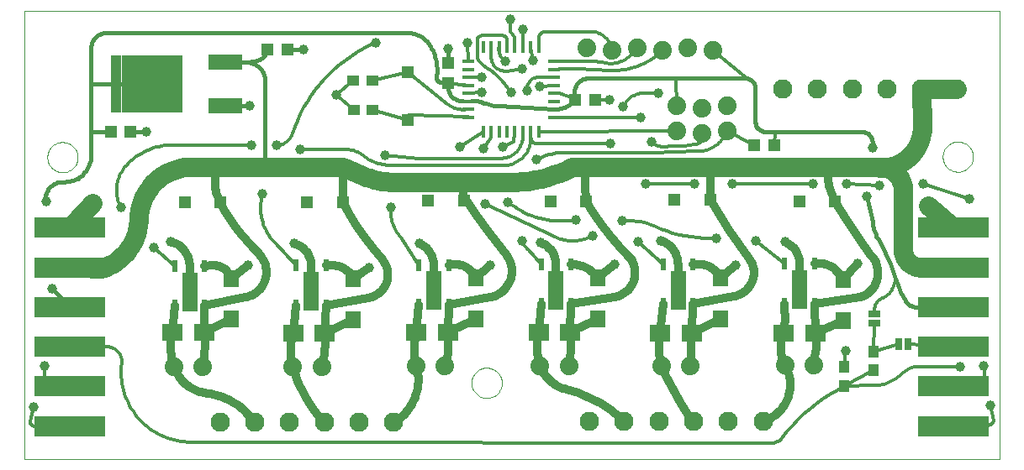
<source format=gtl>
G75*
G70*
%OFA0B0*%
%FSLAX24Y24*%
%IPPOS*%
%LPD*%
%AMOC8*
5,1,8,0,0,1.08239X$1,22.5*
%
%ADD10C,0.0000*%
%ADD11R,0.0630X0.0709*%
%ADD12R,0.0787X0.0709*%
%ADD13R,0.0476X0.0476*%
%ADD14R,0.0197X0.0472*%
%ADD15R,0.0630X0.1575*%
%ADD16R,0.2441X0.2283*%
%ADD17R,0.1339X0.0630*%
%ADD18R,0.0394X0.2283*%
%ADD19R,0.0472X0.0472*%
%ADD20C,0.0768*%
%ADD21C,0.0740*%
%ADD22R,0.0394X0.0512*%
%ADD23R,0.0500X0.0250*%
%ADD24R,0.0250X0.0500*%
%ADD25R,0.2835X0.0787*%
%ADD26R,0.0157X0.0472*%
%ADD27R,0.0472X0.0157*%
%ADD28R,0.0512X0.0394*%
%ADD29C,0.0396*%
%ADD30C,0.0320*%
%ADD31C,0.0709*%
%ADD32C,0.0760*%
%ADD33C,0.0160*%
%ADD34C,0.0120*%
%ADD35C,0.0197*%
D10*
X014181Y014685D02*
X014181Y032480D01*
X052842Y032480D01*
X052842Y014685D01*
X014181Y014685D01*
X015093Y026660D02*
X015095Y026709D01*
X015101Y026757D01*
X015111Y026805D01*
X015125Y026852D01*
X015142Y026898D01*
X015163Y026942D01*
X015188Y026984D01*
X015216Y027024D01*
X015248Y027062D01*
X015282Y027097D01*
X015319Y027129D01*
X015358Y027158D01*
X015400Y027184D01*
X015444Y027206D01*
X015489Y027224D01*
X015536Y027239D01*
X015583Y027250D01*
X015632Y027257D01*
X015681Y027260D01*
X015730Y027259D01*
X015778Y027254D01*
X015827Y027245D01*
X015874Y027232D01*
X015920Y027215D01*
X015964Y027195D01*
X016007Y027171D01*
X016048Y027144D01*
X016086Y027113D01*
X016122Y027080D01*
X016154Y027044D01*
X016184Y027005D01*
X016211Y026964D01*
X016234Y026920D01*
X016253Y026875D01*
X016269Y026829D01*
X016281Y026782D01*
X016289Y026733D01*
X016293Y026684D01*
X016293Y026636D01*
X016289Y026587D01*
X016281Y026538D01*
X016269Y026491D01*
X016253Y026445D01*
X016234Y026400D01*
X016211Y026356D01*
X016184Y026315D01*
X016154Y026276D01*
X016122Y026240D01*
X016086Y026207D01*
X016048Y026176D01*
X016007Y026149D01*
X015964Y026125D01*
X015920Y026105D01*
X015874Y026088D01*
X015827Y026075D01*
X015778Y026066D01*
X015730Y026061D01*
X015681Y026060D01*
X015632Y026063D01*
X015583Y026070D01*
X015536Y026081D01*
X015489Y026096D01*
X015444Y026114D01*
X015400Y026136D01*
X015358Y026162D01*
X015319Y026191D01*
X015282Y026223D01*
X015248Y026258D01*
X015216Y026296D01*
X015188Y026336D01*
X015163Y026378D01*
X015142Y026422D01*
X015125Y026468D01*
X015111Y026515D01*
X015101Y026563D01*
X015095Y026611D01*
X015093Y026660D01*
X031911Y017700D02*
X031913Y017749D01*
X031919Y017797D01*
X031929Y017845D01*
X031943Y017892D01*
X031960Y017938D01*
X031981Y017982D01*
X032006Y018024D01*
X032034Y018064D01*
X032066Y018102D01*
X032100Y018137D01*
X032137Y018169D01*
X032176Y018198D01*
X032218Y018224D01*
X032262Y018246D01*
X032307Y018264D01*
X032354Y018279D01*
X032401Y018290D01*
X032450Y018297D01*
X032499Y018300D01*
X032548Y018299D01*
X032596Y018294D01*
X032645Y018285D01*
X032692Y018272D01*
X032738Y018255D01*
X032782Y018235D01*
X032825Y018211D01*
X032866Y018184D01*
X032904Y018153D01*
X032940Y018120D01*
X032972Y018084D01*
X033002Y018045D01*
X033029Y018004D01*
X033052Y017960D01*
X033071Y017915D01*
X033087Y017869D01*
X033099Y017822D01*
X033107Y017773D01*
X033111Y017724D01*
X033111Y017676D01*
X033107Y017627D01*
X033099Y017578D01*
X033087Y017531D01*
X033071Y017485D01*
X033052Y017440D01*
X033029Y017396D01*
X033002Y017355D01*
X032972Y017316D01*
X032940Y017280D01*
X032904Y017247D01*
X032866Y017216D01*
X032825Y017189D01*
X032782Y017165D01*
X032738Y017145D01*
X032692Y017128D01*
X032645Y017115D01*
X032596Y017106D01*
X032548Y017101D01*
X032499Y017100D01*
X032450Y017103D01*
X032401Y017110D01*
X032354Y017121D01*
X032307Y017136D01*
X032262Y017154D01*
X032218Y017176D01*
X032176Y017202D01*
X032137Y017231D01*
X032100Y017263D01*
X032066Y017298D01*
X032034Y017336D01*
X032006Y017376D01*
X031981Y017418D01*
X031960Y017462D01*
X031943Y017508D01*
X031929Y017555D01*
X031919Y017603D01*
X031913Y017651D01*
X031911Y017700D01*
X050593Y026682D02*
X050595Y026731D01*
X050601Y026779D01*
X050611Y026827D01*
X050625Y026874D01*
X050642Y026920D01*
X050663Y026964D01*
X050688Y027006D01*
X050716Y027046D01*
X050748Y027084D01*
X050782Y027119D01*
X050819Y027151D01*
X050858Y027180D01*
X050900Y027206D01*
X050944Y027228D01*
X050989Y027246D01*
X051036Y027261D01*
X051083Y027272D01*
X051132Y027279D01*
X051181Y027282D01*
X051230Y027281D01*
X051278Y027276D01*
X051327Y027267D01*
X051374Y027254D01*
X051420Y027237D01*
X051464Y027217D01*
X051507Y027193D01*
X051548Y027166D01*
X051586Y027135D01*
X051622Y027102D01*
X051654Y027066D01*
X051684Y027027D01*
X051711Y026986D01*
X051734Y026942D01*
X051753Y026897D01*
X051769Y026851D01*
X051781Y026804D01*
X051789Y026755D01*
X051793Y026706D01*
X051793Y026658D01*
X051789Y026609D01*
X051781Y026560D01*
X051769Y026513D01*
X051753Y026467D01*
X051734Y026422D01*
X051711Y026378D01*
X051684Y026337D01*
X051654Y026298D01*
X051622Y026262D01*
X051586Y026229D01*
X051548Y026198D01*
X051507Y026171D01*
X051464Y026147D01*
X051420Y026127D01*
X051374Y026110D01*
X051327Y026097D01*
X051278Y026088D01*
X051230Y026083D01*
X051181Y026082D01*
X051132Y026085D01*
X051083Y026092D01*
X051036Y026103D01*
X050989Y026118D01*
X050944Y026136D01*
X050900Y026158D01*
X050858Y026184D01*
X050819Y026213D01*
X050782Y026245D01*
X050748Y026280D01*
X050716Y026318D01*
X050688Y026358D01*
X050663Y026400D01*
X050642Y026444D01*
X050625Y026490D01*
X050611Y026537D01*
X050601Y026585D01*
X050595Y026633D01*
X050593Y026682D01*
D11*
X046641Y021795D03*
X046641Y020181D03*
X041771Y020244D03*
X041771Y021858D03*
X036909Y021870D03*
X036909Y020256D03*
X032078Y020248D03*
X032078Y021862D03*
X027220Y021826D03*
X027220Y020212D03*
X022378Y020236D03*
X022378Y021850D03*
D12*
X021307Y019697D03*
X020047Y019697D03*
X024834Y019685D03*
X026094Y019685D03*
X029716Y019704D03*
X030976Y019704D03*
X034567Y019716D03*
X035826Y019716D03*
X039393Y019689D03*
X040653Y019689D03*
X044275Y019677D03*
X045535Y019677D03*
D13*
X044905Y024917D03*
X046323Y024917D03*
X041366Y024964D03*
X039949Y024964D03*
X036456Y024913D03*
X035039Y024913D03*
X031598Y024929D03*
X030181Y024929D03*
X026799Y024862D03*
X025382Y024862D03*
X021949Y024862D03*
X020531Y024862D03*
X029366Y028130D03*
X029366Y030051D03*
D14*
X029819Y022386D03*
X030409Y022386D03*
X031000Y022386D03*
X031000Y020811D03*
X029819Y020811D03*
X026141Y020783D03*
X024960Y020783D03*
X024960Y022358D03*
X025551Y022358D03*
X026141Y022358D03*
X021326Y022346D03*
X020736Y022346D03*
X020145Y022346D03*
X020145Y020771D03*
X021326Y020771D03*
X034665Y020838D03*
X035846Y020838D03*
X035846Y022413D03*
X035256Y022413D03*
X034665Y022413D03*
X039508Y022409D03*
X040098Y022409D03*
X040689Y022409D03*
X040689Y020834D03*
X039508Y020834D03*
X044326Y020850D03*
X045508Y020850D03*
X045508Y022425D03*
X044917Y022425D03*
X044326Y022425D03*
D15*
X044917Y021401D03*
X040098Y021386D03*
X035256Y021389D03*
X030409Y021362D03*
X025551Y021334D03*
X020736Y021323D03*
D16*
X019236Y029574D03*
D17*
X022149Y028708D03*
X022149Y030441D03*
D18*
X017819Y029574D03*
D19*
X017602Y027681D03*
X018389Y027681D03*
X023819Y030949D03*
X024606Y030949D03*
X030996Y030405D03*
X030996Y029618D03*
X036015Y028941D03*
X036803Y028941D03*
X043118Y027126D03*
X043905Y027126D03*
D20*
X044244Y029386D03*
X045622Y029386D03*
X047000Y029386D03*
X048378Y029386D03*
X049756Y029386D03*
X051134Y029386D03*
X043468Y016165D03*
X042090Y016165D03*
X040712Y016165D03*
X039334Y016165D03*
X037956Y016165D03*
X036578Y016165D03*
X028826Y016126D03*
X027449Y016126D03*
X026071Y016126D03*
X024693Y016126D03*
X023315Y016126D03*
X021937Y016126D03*
D21*
X021239Y018338D03*
X020099Y018338D03*
X024827Y018338D03*
X025967Y018338D03*
X029721Y018389D03*
X030861Y018389D03*
X034627Y018374D03*
X035767Y018374D03*
X039453Y018374D03*
X040593Y018374D03*
X044335Y018413D03*
X045475Y018413D03*
X042031Y027691D03*
X041031Y027591D03*
X040031Y027691D03*
X040039Y028695D03*
X041039Y028595D03*
X042039Y028695D03*
X041472Y030908D03*
X040472Y031008D03*
X039472Y030908D03*
X038472Y031008D03*
X037472Y030908D03*
X036472Y031008D03*
D22*
X047850Y018952D03*
X047850Y018204D03*
X046693Y018326D03*
X046693Y017578D03*
D23*
X047878Y020078D03*
X047878Y020433D03*
D24*
X048846Y019256D03*
X049200Y019256D03*
D25*
X051027Y019134D03*
X051027Y017559D03*
X051027Y015984D03*
X051027Y020708D03*
X051027Y022283D03*
X051027Y023858D03*
X015996Y023858D03*
X015996Y022283D03*
X015996Y020708D03*
X015996Y019134D03*
X015996Y017559D03*
X015996Y015984D03*
D26*
X032370Y027665D03*
X032685Y027665D03*
X033000Y027665D03*
X033315Y027665D03*
X033630Y027665D03*
X033945Y027665D03*
X034260Y027665D03*
X034574Y027665D03*
X034574Y031051D03*
X034260Y031051D03*
X033945Y031051D03*
X033630Y031051D03*
X033315Y031051D03*
X033000Y031051D03*
X032685Y031051D03*
X032370Y031051D03*
D27*
X031779Y030460D03*
X031779Y030145D03*
X031779Y029830D03*
X031779Y029515D03*
X031779Y029200D03*
X031779Y028886D03*
X031779Y028571D03*
X031779Y028256D03*
X035165Y028256D03*
X035165Y028571D03*
X035165Y028886D03*
X035165Y029200D03*
X035165Y029515D03*
X035165Y029830D03*
X035165Y030145D03*
X035165Y030460D03*
D28*
X027972Y029693D03*
X027224Y029693D03*
X027236Y028535D03*
X027984Y028535D03*
D29*
X026543Y029134D03*
X025244Y030945D03*
X028118Y031220D03*
X030992Y030984D03*
X031740Y031220D03*
X033236Y030472D03*
X033905Y030157D03*
X034338Y030511D03*
X034614Y029488D03*
X034102Y029291D03*
X033472Y029252D03*
X032330Y029252D03*
X032330Y029842D03*
X033945Y031732D03*
X033433Y032126D03*
X037370Y028937D03*
X037921Y028661D03*
X038630Y028228D03*
X039063Y027283D03*
X037409Y027204D03*
X038826Y025590D03*
X037882Y024134D03*
X038511Y023307D03*
X039417Y023346D03*
X037567Y022401D03*
X036700Y023543D03*
X036031Y024173D03*
X034653Y023267D03*
X033905Y023346D03*
X032645Y022362D03*
X029850Y023228D03*
X027842Y022283D03*
X024889Y023228D03*
X023039Y022362D03*
X019968Y023307D03*
X019299Y023071D03*
X018000Y024685D03*
X015047Y024897D03*
X019023Y027677D03*
X023197Y027126D03*
X024181Y027126D03*
X025126Y026968D03*
X023630Y025197D03*
X028472Y026732D03*
X028708Y024685D03*
X031464Y027086D03*
X032370Y027008D03*
X033157Y027086D03*
X034496Y026574D03*
X033354Y024882D03*
X032449Y024803D03*
X039299Y029212D03*
X040756Y025590D03*
X042252Y025590D03*
X041622Y023425D03*
X042370Y022362D03*
X043197Y023346D03*
X044338Y023307D03*
X045441Y025590D03*
X046779Y025590D03*
X047567Y025118D03*
X048078Y025551D03*
X047803Y027047D03*
X049811Y025590D03*
X051661Y025000D03*
X047212Y022441D03*
X046740Y018976D03*
X051267Y018346D03*
X052212Y018386D03*
X052488Y016811D03*
X023118Y028700D03*
X015283Y021456D03*
X014968Y018386D03*
X014535Y016732D03*
D30*
X021425Y017282D02*
X021550Y017263D01*
X021674Y017238D01*
X021797Y017207D01*
X021919Y017171D01*
X022038Y017129D01*
X022156Y017081D01*
X022271Y017028D01*
X022383Y016969D01*
X022493Y016906D01*
X022600Y016837D01*
X022703Y016763D01*
X022802Y016685D01*
X022898Y016602D01*
X022990Y016514D01*
X023078Y016423D01*
X023161Y016327D01*
X023240Y016228D01*
X023314Y016125D01*
X020099Y018338D02*
X020065Y018458D01*
X020037Y018580D01*
X020014Y018703D01*
X019998Y018827D01*
X019987Y018951D01*
X019982Y019076D01*
X019983Y019201D01*
X019990Y019326D01*
X020003Y019450D01*
X020022Y019574D01*
X020046Y019696D01*
X020047Y019697D02*
X020145Y020771D01*
X020736Y021323D02*
X020736Y022346D01*
X021326Y022346D02*
X021661Y022362D01*
X021714Y022363D01*
X021767Y022359D01*
X021819Y022352D01*
X021870Y022341D01*
X021921Y022326D01*
X021970Y022308D01*
X022018Y022285D01*
X022064Y022260D01*
X022108Y022231D01*
X022150Y022198D01*
X022189Y022163D01*
X022226Y022125D01*
X022259Y022084D01*
X022290Y022041D01*
X022317Y021996D01*
X022341Y021949D01*
X022361Y021900D01*
X022378Y021850D01*
X023039Y022362D01*
X023473Y022835D02*
X023516Y022789D01*
X023557Y022741D01*
X023595Y022690D01*
X023630Y022637D01*
X023661Y022582D01*
X023689Y022525D01*
X023713Y022467D01*
X023734Y022407D01*
X023751Y022346D01*
X023764Y022284D01*
X023773Y022222D01*
X023779Y022158D01*
X023780Y022095D01*
X023777Y022032D01*
X023771Y021969D01*
X023761Y021907D01*
X023747Y021845D01*
X023729Y021784D01*
X023707Y021725D01*
X023682Y021667D01*
X023653Y021610D01*
X023621Y021556D01*
X023585Y021504D01*
X023546Y021454D01*
X023505Y021406D01*
X023460Y021361D01*
X023413Y021319D01*
X023363Y021280D01*
X023311Y021244D01*
X023256Y021212D01*
X023200Y021183D01*
X023142Y021157D01*
X023083Y021135D01*
X023022Y021117D01*
X022961Y021102D01*
X022960Y021102D02*
X021326Y020771D01*
X021307Y019697D01*
X022378Y020236D01*
X026094Y019685D02*
X026105Y019515D01*
X026108Y019346D01*
X026103Y019176D01*
X026091Y019006D01*
X026072Y018837D01*
X026044Y018670D01*
X026009Y018503D01*
X025967Y018339D01*
X024827Y018338D02*
X024799Y018471D01*
X024777Y018605D01*
X024762Y018740D01*
X024753Y018876D01*
X024750Y019012D01*
X024754Y019148D01*
X024764Y019283D01*
X024781Y019418D01*
X024804Y019552D01*
X024834Y019685D01*
X024960Y020783D01*
X025551Y021334D02*
X025551Y022358D01*
X026141Y022358D02*
X026425Y022362D01*
X026482Y022361D01*
X026538Y022356D01*
X026594Y022347D01*
X026649Y022335D01*
X026704Y022318D01*
X026757Y022299D01*
X026808Y022275D01*
X026858Y022248D01*
X026906Y022218D01*
X026952Y022185D01*
X026996Y022149D01*
X027037Y022110D01*
X027075Y022068D01*
X027110Y022024D01*
X027143Y021978D01*
X027172Y021929D01*
X027198Y021879D01*
X027220Y021826D01*
X027842Y022283D01*
X028354Y022637D02*
X028394Y022590D01*
X028430Y022541D01*
X028463Y022489D01*
X028493Y022435D01*
X028519Y022379D01*
X028542Y022322D01*
X028560Y022263D01*
X028575Y022203D01*
X028587Y022143D01*
X028594Y022082D01*
X028597Y022020D01*
X028596Y021959D01*
X028591Y021897D01*
X028582Y021836D01*
X028570Y021776D01*
X028553Y021717D01*
X028533Y021659D01*
X028509Y021602D01*
X028481Y021547D01*
X028450Y021494D01*
X028415Y021443D01*
X028378Y021394D01*
X028337Y021348D01*
X028293Y021305D01*
X028247Y021264D01*
X028198Y021227D01*
X028147Y021193D01*
X028093Y021162D01*
X028038Y021135D01*
X027981Y021111D01*
X027923Y021091D01*
X027863Y021075D01*
X027803Y021063D01*
X026141Y020783D01*
X026094Y019685D01*
X027220Y020212D01*
X030976Y019704D02*
X030990Y019538D01*
X030996Y019373D01*
X030994Y019207D01*
X030983Y019041D01*
X030965Y018876D01*
X030938Y018712D01*
X030903Y018550D01*
X030861Y018389D01*
X035767Y018374D02*
X035802Y018563D01*
X035827Y018754D01*
X035844Y018946D01*
X035853Y019139D01*
X035853Y019332D01*
X035844Y019524D01*
X035827Y019716D01*
X035826Y019716D02*
X036909Y020256D01*
X045597Y019409D02*
X045571Y019076D01*
X045530Y018744D01*
X045475Y018413D01*
X044335Y018413D02*
X044303Y018483D01*
X044274Y018554D01*
X044248Y018626D01*
X044226Y018699D01*
X044207Y018774D01*
X044193Y018849D01*
X044181Y018924D01*
X044174Y019001D01*
X044170Y019077D01*
X044171Y019154D01*
X044174Y019230D01*
X044182Y019307D01*
X044193Y019382D01*
X044208Y019458D01*
X044227Y019532D01*
X044249Y019605D01*
X044275Y019677D01*
X044326Y020515D02*
X044326Y020850D01*
X044917Y021401D02*
X044917Y022425D01*
X044915Y022484D01*
X044910Y022542D01*
X044901Y022600D01*
X044888Y022658D01*
X044872Y022714D01*
X044853Y022770D01*
X044830Y022824D01*
X044804Y022876D01*
X044775Y022927D01*
X044743Y022977D01*
X044708Y023024D01*
X044670Y023068D01*
X044629Y023111D01*
X044586Y023151D01*
X044541Y023188D01*
X044493Y023222D01*
X044443Y023253D01*
X044392Y023282D01*
X044338Y023307D01*
X042370Y022362D02*
X041771Y021858D01*
X042331Y021141D02*
X042389Y021154D01*
X042447Y021171D01*
X042503Y021191D01*
X042558Y021214D01*
X042612Y021242D01*
X042664Y021272D01*
X042713Y021306D01*
X042761Y021342D01*
X042806Y021382D01*
X042848Y021424D01*
X042888Y021469D01*
X042924Y021517D01*
X042958Y021566D01*
X042989Y021618D01*
X043016Y021671D01*
X043040Y021726D01*
X043060Y021783D01*
X043077Y021840D01*
X043090Y021899D01*
X043099Y021958D01*
X043104Y022018D01*
X043106Y022078D01*
X043104Y022138D01*
X043098Y022197D01*
X043089Y022256D01*
X043075Y022315D01*
X043058Y022372D01*
X043038Y022429D01*
X043014Y022484D01*
X042986Y022537D01*
X042955Y022588D01*
X042921Y022638D01*
X040992Y022401D02*
X040689Y022409D01*
X040098Y022409D02*
X040098Y021386D01*
X039508Y020834D02*
X039393Y019689D01*
X040653Y019689D02*
X040593Y018374D01*
X040653Y019689D02*
X041771Y020244D01*
X044276Y019676D02*
X044299Y019795D01*
X044317Y019914D01*
X044330Y020034D01*
X044337Y020154D01*
X044339Y020275D01*
X044336Y020395D01*
X044327Y020515D01*
X045508Y020850D02*
X045535Y019677D01*
X046641Y020181D01*
X047330Y021102D02*
X045508Y020850D01*
X046465Y022047D02*
X046428Y022096D01*
X046389Y022142D01*
X046347Y022185D01*
X046302Y022225D01*
X046254Y022263D01*
X046204Y022297D01*
X046152Y022328D01*
X046098Y022355D01*
X046043Y022380D01*
X045986Y022400D01*
X045928Y022417D01*
X045869Y022429D01*
X045809Y022439D01*
X045749Y022444D01*
X045688Y022445D01*
X045628Y022442D01*
X045568Y022436D01*
X045508Y022425D01*
X046641Y021795D02*
X047212Y022441D01*
X047764Y022755D02*
X047805Y022707D01*
X047842Y022656D01*
X047877Y022603D01*
X047908Y022548D01*
X047935Y022492D01*
X047959Y022433D01*
X047980Y022373D01*
X047996Y022312D01*
X048009Y022251D01*
X048018Y022188D01*
X048024Y022125D01*
X048025Y022062D01*
X048022Y021999D01*
X048016Y021936D01*
X048006Y021874D01*
X047992Y021812D01*
X047974Y021752D01*
X047952Y021692D01*
X047927Y021634D01*
X047898Y021578D01*
X047866Y021524D01*
X047831Y021472D01*
X047792Y021422D01*
X047751Y021374D01*
X047706Y021329D01*
X047659Y021287D01*
X047609Y021248D01*
X047558Y021212D01*
X047504Y021179D01*
X047448Y021150D01*
X047390Y021124D01*
X047331Y021102D01*
X040712Y016165D02*
X040460Y016507D01*
X040224Y016861D01*
X040005Y017225D01*
X039803Y017599D01*
X039619Y017983D01*
X039453Y018374D01*
X040653Y019689D02*
X040689Y020834D01*
X042330Y021141D01*
X041772Y021858D02*
X041749Y021909D01*
X041724Y021959D01*
X041695Y022007D01*
X041663Y022053D01*
X041628Y022097D01*
X041591Y022138D01*
X041551Y022177D01*
X041508Y022214D01*
X041463Y022247D01*
X041417Y022277D01*
X041368Y022305D01*
X041317Y022329D01*
X041266Y022350D01*
X041212Y022367D01*
X041158Y022381D01*
X041103Y022392D01*
X041048Y022398D01*
X040992Y022402D01*
X040098Y022409D02*
X040096Y022471D01*
X040090Y022532D01*
X040081Y022594D01*
X040067Y022654D01*
X040050Y022713D01*
X040029Y022772D01*
X040004Y022829D01*
X039976Y022884D01*
X039945Y022937D01*
X039910Y022988D01*
X039872Y023037D01*
X039831Y023083D01*
X039787Y023127D01*
X039741Y023168D01*
X039692Y023206D01*
X039640Y023241D01*
X039587Y023272D01*
X039532Y023300D01*
X039475Y023325D01*
X039417Y023346D01*
X037567Y022401D02*
X036909Y021870D01*
X037566Y021102D02*
X037627Y021114D01*
X037686Y021128D01*
X037745Y021147D01*
X037802Y021169D01*
X037857Y021195D01*
X037911Y021224D01*
X037963Y021257D01*
X038013Y021293D01*
X038061Y021332D01*
X038106Y021373D01*
X038148Y021418D01*
X038187Y021465D01*
X038224Y021514D01*
X038257Y021566D01*
X038287Y021619D01*
X038314Y021675D01*
X038337Y021731D01*
X038356Y021790D01*
X038372Y021849D01*
X038384Y021909D01*
X038392Y021970D01*
X038396Y022031D01*
X038397Y022093D01*
X038393Y022154D01*
X038386Y022215D01*
X038375Y022275D01*
X038361Y022335D01*
X038342Y022393D01*
X038320Y022450D01*
X038294Y022506D01*
X038265Y022560D01*
X038233Y022612D01*
X038197Y022662D01*
X038159Y022710D01*
X038117Y022755D01*
X035992Y022401D02*
X035846Y022413D01*
X035256Y022413D02*
X035256Y021389D01*
X035992Y022402D02*
X036060Y022395D01*
X036127Y022383D01*
X036194Y022368D01*
X036260Y022350D01*
X036325Y022328D01*
X036389Y022302D01*
X036450Y022272D01*
X036511Y022240D01*
X036569Y022204D01*
X036625Y022165D01*
X036679Y022122D01*
X036731Y022077D01*
X036780Y022029D01*
X036826Y021979D01*
X036869Y021926D01*
X036909Y021870D01*
X037567Y021102D02*
X035846Y020838D01*
X035826Y019716D01*
X034626Y018374D02*
X034655Y018303D01*
X034688Y018233D01*
X034724Y018165D01*
X034764Y018099D01*
X034807Y018036D01*
X034853Y017974D01*
X034902Y017915D01*
X034954Y017858D01*
X035008Y017804D01*
X035066Y017753D01*
X035126Y017705D01*
X035188Y017660D01*
X035253Y017618D01*
X035319Y017580D01*
X035388Y017545D01*
X035458Y017514D01*
X035529Y017486D01*
X035602Y017461D01*
X035676Y017441D01*
X034627Y018374D02*
X034593Y018493D01*
X034564Y018613D01*
X034542Y018734D01*
X034524Y018857D01*
X034513Y018980D01*
X034508Y019103D01*
X034508Y019227D01*
X034514Y019350D01*
X034526Y019473D01*
X034544Y019595D01*
X034567Y019716D01*
X034665Y020838D01*
X035256Y022413D02*
X035254Y022472D01*
X035248Y022530D01*
X035239Y022588D01*
X035226Y022645D01*
X035209Y022701D01*
X035189Y022756D01*
X035165Y022810D01*
X035137Y022861D01*
X035107Y022911D01*
X035073Y022959D01*
X035036Y023005D01*
X034997Y023048D01*
X034954Y023089D01*
X034909Y023126D01*
X034862Y023161D01*
X034813Y023193D01*
X034761Y023221D01*
X034708Y023246D01*
X034654Y023267D01*
X032645Y022362D02*
X032078Y021862D01*
X032646Y021102D02*
X032708Y021115D01*
X032770Y021132D01*
X032831Y021153D01*
X032890Y021177D01*
X032948Y021205D01*
X033004Y021236D01*
X033058Y021271D01*
X033109Y021309D01*
X033158Y021350D01*
X033205Y021394D01*
X033249Y021441D01*
X033290Y021490D01*
X033327Y021542D01*
X033362Y021596D01*
X033393Y021651D01*
X033421Y021709D01*
X033445Y021769D01*
X033466Y021829D01*
X033482Y021891D01*
X033495Y021954D01*
X033504Y022017D01*
X033510Y022081D01*
X033511Y022145D01*
X033508Y022209D01*
X033502Y022273D01*
X033491Y022336D01*
X033477Y022399D01*
X033459Y022460D01*
X033437Y022520D01*
X033412Y022579D01*
X033383Y022636D01*
X033350Y022691D01*
X033315Y022745D01*
X033276Y022796D01*
X031228Y022401D02*
X031000Y022386D01*
X030409Y022386D02*
X030409Y021362D01*
X029819Y020811D02*
X029716Y019704D01*
X024827Y018338D02*
X024905Y018095D01*
X024995Y017855D01*
X025095Y017619D01*
X025205Y017388D01*
X025325Y017163D01*
X025456Y016942D01*
X025596Y016728D01*
X025745Y016520D01*
X025903Y016319D01*
X026070Y016125D01*
X028827Y016125D02*
X028906Y016175D01*
X028984Y016227D01*
X029058Y016284D01*
X029130Y016344D01*
X029199Y016407D01*
X029265Y016474D01*
X029328Y016544D01*
X029387Y016616D01*
X029443Y016691D01*
X029495Y016769D01*
X029544Y016849D01*
X029588Y016932D01*
X029629Y017016D01*
X029665Y017103D01*
X029697Y017191D01*
X029726Y017280D01*
X029749Y017370D01*
X029769Y017462D01*
X029784Y017555D01*
X029795Y017648D01*
X029801Y017741D01*
X029803Y017835D01*
X029800Y017928D01*
X029793Y018022D01*
X029782Y018115D01*
X029766Y018207D01*
X029746Y018299D01*
X029721Y018389D01*
X030976Y019704D02*
X032078Y020248D01*
X032645Y021102D02*
X031000Y020811D01*
X030976Y019704D01*
X029716Y019704D02*
X029690Y019574D01*
X029669Y019443D01*
X029655Y019311D01*
X029647Y019179D01*
X029644Y019046D01*
X029647Y018914D01*
X029657Y018781D01*
X029672Y018650D01*
X029694Y018519D01*
X029721Y018389D01*
X032079Y021862D02*
X032057Y021915D01*
X032031Y021965D01*
X032002Y022014D01*
X031970Y022061D01*
X031934Y022105D01*
X031896Y022147D01*
X031855Y022186D01*
X031812Y022223D01*
X031766Y022256D01*
X031718Y022287D01*
X031668Y022314D01*
X031617Y022337D01*
X031564Y022358D01*
X031509Y022374D01*
X031454Y022387D01*
X031398Y022397D01*
X031342Y022402D01*
X031285Y022404D01*
X031228Y022402D01*
X030409Y022386D02*
X030407Y022445D01*
X030401Y022505D01*
X030392Y022563D01*
X030378Y022621D01*
X030361Y022678D01*
X030340Y022734D01*
X030316Y022788D01*
X030288Y022841D01*
X030257Y022891D01*
X030222Y022940D01*
X030185Y022986D01*
X030144Y023030D01*
X030101Y023070D01*
X030055Y023108D01*
X030007Y023143D01*
X029956Y023175D01*
X029904Y023203D01*
X029850Y023228D01*
X031598Y024929D02*
X031595Y025155D01*
X031622Y025669D01*
X023472Y022834D02*
X023218Y023094D01*
X022975Y023365D01*
X022744Y023646D01*
X022525Y023937D01*
X022320Y024237D01*
X022127Y024545D01*
X021948Y024862D01*
X021948Y024861D02*
X021910Y024937D01*
X021875Y025014D01*
X021844Y025093D01*
X021817Y025174D01*
X021793Y025255D01*
X021774Y025338D01*
X021758Y025421D01*
X021746Y025505D01*
X021738Y025589D01*
X021734Y025674D01*
X021735Y025759D01*
X021739Y025844D01*
X021747Y025928D01*
X021759Y026012D01*
X021775Y026095D01*
X021795Y026178D01*
X021818Y026259D01*
X026819Y026260D02*
X026799Y024862D01*
X024890Y023228D02*
X024946Y023211D01*
X025000Y023189D01*
X025054Y023165D01*
X025105Y023137D01*
X025155Y023105D01*
X025202Y023071D01*
X025247Y023033D01*
X025290Y022993D01*
X025330Y022950D01*
X025367Y022904D01*
X025401Y022857D01*
X025432Y022807D01*
X025459Y022755D01*
X025483Y022701D01*
X025504Y022646D01*
X025521Y022590D01*
X025534Y022533D01*
X025543Y022475D01*
X025549Y022417D01*
X025551Y022358D01*
X021425Y017283D02*
X021349Y017294D01*
X021273Y017310D01*
X021198Y017329D01*
X021124Y017351D01*
X021051Y017377D01*
X020979Y017406D01*
X020909Y017439D01*
X020840Y017475D01*
X020774Y017514D01*
X020709Y017556D01*
X020646Y017602D01*
X020585Y017650D01*
X020527Y017701D01*
X020471Y017755D01*
X020418Y017811D01*
X020368Y017870D01*
X020320Y017931D01*
X020276Y017994D01*
X020234Y018059D01*
X020195Y018126D01*
X020160Y018195D01*
X020128Y018266D01*
X020099Y018338D01*
X021240Y018338D02*
X021276Y018530D01*
X021304Y018723D01*
X021323Y018917D01*
X021333Y019112D01*
X021333Y019307D01*
X021325Y019502D01*
X021307Y019696D01*
X020736Y022346D02*
X020734Y022406D01*
X020729Y022466D01*
X020719Y022526D01*
X020707Y022585D01*
X020690Y022643D01*
X020670Y022700D01*
X020647Y022756D01*
X020620Y022810D01*
X020590Y022862D01*
X020557Y022913D01*
X020520Y022961D01*
X020481Y023007D01*
X020439Y023050D01*
X020395Y023091D01*
X020348Y023129D01*
X020299Y023164D01*
X020248Y023196D01*
X020195Y023225D01*
X020140Y023251D01*
X020084Y023273D01*
X020027Y023292D01*
X019968Y023307D01*
X036456Y024913D02*
X036386Y026260D01*
X041386Y026260D02*
X041366Y024964D01*
X046071Y026260D02*
X046058Y026168D01*
X046050Y026075D01*
X046045Y025982D01*
X046046Y025889D01*
X046050Y025797D01*
X046059Y025704D01*
X046072Y025612D01*
X046089Y025521D01*
X046110Y025431D01*
X046135Y025341D01*
X046165Y025253D01*
X046199Y025167D01*
X046236Y025082D01*
X046278Y024998D01*
X046323Y024917D01*
X038118Y022756D02*
X037745Y023155D01*
X037392Y023571D01*
X037059Y024004D01*
X036747Y024451D01*
X036457Y024914D01*
X028353Y022637D02*
X028000Y023051D01*
X027667Y023481D01*
X027355Y023927D01*
X027066Y024388D01*
X026798Y024862D01*
X039394Y019689D02*
X039371Y019580D01*
X039354Y019471D01*
X039341Y019360D01*
X039333Y019249D01*
X039331Y019138D01*
X039334Y019027D01*
X039341Y018917D01*
X039354Y018806D01*
X039371Y018697D01*
X039394Y018588D01*
X039421Y018480D01*
X039453Y018374D01*
X043468Y016165D02*
X043541Y016190D01*
X043612Y016219D01*
X043682Y016251D01*
X043750Y016287D01*
X043816Y016326D01*
X043880Y016368D01*
X043942Y016413D01*
X044001Y016461D01*
X044059Y016513D01*
X044113Y016567D01*
X044165Y016623D01*
X044214Y016682D01*
X044260Y016744D01*
X044302Y016807D01*
X044342Y016873D01*
X044378Y016941D01*
X044411Y017010D01*
X044441Y017081D01*
X044466Y017153D01*
X044489Y017227D01*
X044507Y017301D01*
X044522Y017376D01*
X044533Y017452D01*
X044540Y017529D01*
X044544Y017605D01*
X044543Y017682D01*
X044539Y017759D01*
X044531Y017835D01*
X044520Y017911D01*
X044504Y017986D01*
X044485Y018060D01*
X044462Y018134D01*
X044436Y018206D01*
X044406Y018276D01*
X044372Y018345D01*
X044335Y018413D01*
X037957Y016166D02*
X037781Y016330D01*
X037598Y016485D01*
X037407Y016632D01*
X037210Y016769D01*
X037006Y016896D01*
X036796Y017013D01*
X036581Y017120D01*
X036361Y017217D01*
X036137Y017303D01*
X035909Y017378D01*
X035677Y017441D01*
X033275Y022795D02*
X032681Y023558D01*
X032121Y024345D01*
X031595Y025156D01*
X046323Y024917D02*
X046776Y024179D01*
X047256Y023458D01*
X047764Y022756D01*
X042921Y022638D02*
X042118Y023784D01*
X041366Y024964D01*
D31*
X050008Y024724D03*
X016892Y024836D03*
D32*
X015996Y023858D01*
X017252Y022244D02*
X017346Y022278D01*
X017439Y022316D01*
X017530Y022358D01*
X017619Y022405D01*
X017705Y022456D01*
X017789Y022511D01*
X017871Y022570D01*
X017949Y022633D01*
X018025Y022699D01*
X018097Y022769D01*
X018166Y022842D01*
X018231Y022918D01*
X018293Y022997D01*
X018350Y023079D01*
X018404Y023164D01*
X018454Y023251D01*
X018500Y023341D01*
X018541Y023432D01*
X018578Y023525D01*
X018610Y023620D01*
X018638Y023717D01*
X018662Y023814D01*
X018680Y023913D01*
X018695Y024013D01*
X018704Y024112D01*
X018708Y024213D01*
X018709Y024212D02*
X018713Y024313D01*
X018723Y024414D01*
X018737Y024514D01*
X018756Y024614D01*
X018780Y024712D01*
X018808Y024809D01*
X018841Y024905D01*
X018879Y024999D01*
X018921Y025091D01*
X018967Y025181D01*
X019017Y025269D01*
X019072Y025354D01*
X019131Y025437D01*
X019193Y025516D01*
X019259Y025593D01*
X019329Y025666D01*
X019403Y025736D01*
X019479Y025802D01*
X019559Y025865D01*
X019641Y025924D01*
X019726Y025978D01*
X019814Y026029D01*
X019904Y026075D01*
X019996Y026117D01*
X020090Y026155D01*
X020185Y026188D01*
X020283Y026217D01*
X020381Y026241D01*
X020480Y026260D01*
X021819Y026260D01*
X023708Y026260D01*
X026819Y026260D01*
X027567Y025945D01*
X029023Y025669D02*
X031622Y025669D01*
X033393Y025669D01*
X035874Y026260D02*
X036582Y026260D01*
X041386Y026260D01*
X046071Y026260D01*
X048000Y026260D01*
X048000Y026259D02*
X048059Y026265D01*
X048118Y026266D01*
X048178Y026264D01*
X048237Y026257D01*
X048295Y026247D01*
X048353Y026233D01*
X048410Y026216D01*
X048465Y026194D01*
X048519Y026170D01*
X048571Y026141D01*
X048621Y026110D01*
X048670Y026075D01*
X048715Y026037D01*
X048758Y025996D01*
X048799Y025953D01*
X048836Y025907D01*
X048871Y025858D01*
X048902Y025808D01*
X048930Y025755D01*
X048954Y025701D01*
X048975Y025646D01*
X048992Y025589D01*
X049006Y025531D01*
X049015Y025472D01*
X049021Y025413D01*
X049023Y025354D01*
X049023Y022874D01*
X049036Y022824D01*
X049051Y022774D01*
X049070Y022726D01*
X049093Y022680D01*
X049119Y022635D01*
X049147Y022592D01*
X049179Y022551D01*
X049213Y022512D01*
X049250Y022476D01*
X049290Y022442D01*
X049332Y022412D01*
X049375Y022384D01*
X049421Y022360D01*
X049468Y022338D01*
X049517Y022320D01*
X049566Y022306D01*
X049617Y022295D01*
X049668Y022287D01*
X049720Y022284D01*
X049772Y022283D01*
X049771Y022283D02*
X051027Y022283D01*
X051027Y023858D02*
X050008Y024724D01*
X049771Y027874D02*
X049756Y029386D01*
X051134Y029386D01*
X049771Y027874D02*
X049770Y027794D01*
X049765Y027715D01*
X049756Y027636D01*
X049743Y027557D01*
X049726Y027479D01*
X049705Y027403D01*
X049681Y027327D01*
X049653Y027252D01*
X049621Y027179D01*
X049586Y027108D01*
X049547Y027039D01*
X049505Y026971D01*
X049459Y026906D01*
X049411Y026843D01*
X049359Y026783D01*
X049304Y026725D01*
X049247Y026670D01*
X049187Y026618D01*
X049124Y026569D01*
X049059Y026523D01*
X048992Y026480D01*
X048923Y026441D01*
X048851Y026405D01*
X048779Y026373D01*
X048704Y026344D01*
X048629Y026319D01*
X048552Y026298D01*
X048474Y026281D01*
X048396Y026268D01*
X048317Y026258D01*
X048238Y026253D01*
X048158Y026251D01*
X048079Y026253D01*
X047999Y026260D01*
X036582Y026260D02*
X036386Y026260D01*
X035873Y026260D02*
X035641Y026149D01*
X035404Y026049D01*
X035162Y025961D01*
X034917Y025884D01*
X034668Y025819D01*
X034416Y025765D01*
X034162Y025723D01*
X033907Y025693D01*
X033650Y025675D01*
X033393Y025669D01*
X029024Y025669D02*
X028858Y025669D01*
X028692Y025677D01*
X028527Y025692D01*
X028362Y025715D01*
X028199Y025746D01*
X028038Y025784D01*
X027879Y025830D01*
X027722Y025884D01*
X027567Y025945D01*
X017252Y022244D02*
X016267Y022283D01*
X015996Y022283D01*
X015952Y022323D01*
D33*
X015283Y021456D02*
X015996Y020708D01*
X015047Y024897D02*
X015008Y024954D01*
X015006Y025005D01*
X015008Y025056D01*
X015014Y025107D01*
X015023Y025158D01*
X015037Y025207D01*
X015054Y025255D01*
X015074Y025302D01*
X015098Y025348D01*
X015126Y025391D01*
X015156Y025432D01*
X015190Y025471D01*
X015226Y025507D01*
X015265Y025540D01*
X015306Y025571D01*
X015350Y025598D01*
X015395Y025622D01*
X015442Y025642D01*
X015490Y025659D01*
X015540Y025672D01*
X015590Y025682D01*
X015641Y025687D01*
X016307Y025823D02*
X016363Y025865D01*
X016416Y025909D01*
X016467Y025956D01*
X016515Y026006D01*
X016560Y026059D01*
X016602Y026114D01*
X016640Y026172D01*
X016676Y026232D01*
X016708Y026293D01*
X016736Y026357D01*
X016760Y026421D01*
X016781Y026488D01*
X016798Y026555D01*
X016812Y026623D01*
X016821Y026692D01*
X016827Y026761D01*
X016828Y026830D01*
X016825Y026899D01*
X016819Y026968D01*
X016819Y027677D01*
X016819Y027681D01*
X017602Y027681D01*
X016819Y027677D02*
X016819Y029567D01*
X017819Y029574D01*
X019236Y029574D01*
X017449Y031614D02*
X017402Y031613D01*
X017354Y031608D01*
X017308Y031600D01*
X017262Y031588D01*
X017217Y031573D01*
X017174Y031555D01*
X017132Y031533D01*
X017091Y031508D01*
X017053Y031480D01*
X017017Y031449D01*
X016984Y031416D01*
X016953Y031380D01*
X016925Y031342D01*
X016900Y031301D01*
X016878Y031259D01*
X016860Y031216D01*
X016845Y031171D01*
X016833Y031125D01*
X016825Y031079D01*
X016820Y031031D01*
X016819Y030984D01*
X016819Y029567D01*
X017449Y031614D02*
X029338Y031614D01*
X029402Y031612D01*
X029465Y031606D01*
X029528Y031597D01*
X029590Y031584D01*
X029652Y031567D01*
X029712Y031547D01*
X029771Y031523D01*
X029829Y031496D01*
X029885Y031465D01*
X029939Y031432D01*
X029991Y031395D01*
X030041Y031355D01*
X030088Y031313D01*
X030133Y031267D01*
X030175Y031220D01*
X030214Y031169D01*
X030250Y031117D01*
X030283Y031063D01*
X030992Y030984D02*
X030996Y030405D01*
X030520Y029842D02*
X030518Y029817D01*
X030520Y029791D01*
X030526Y029766D01*
X030536Y029743D01*
X030549Y029721D01*
X030564Y029701D01*
X030583Y029683D01*
X030604Y029669D01*
X030627Y029657D01*
X030652Y029650D01*
X030677Y029646D01*
X030677Y029645D02*
X030996Y029618D01*
X030996Y029617D02*
X030985Y029571D01*
X030978Y029524D01*
X030975Y029477D01*
X030976Y029429D01*
X030981Y029382D01*
X030990Y029335D01*
X031003Y029289D01*
X031019Y029245D01*
X031040Y029202D01*
X031064Y029160D01*
X031091Y029121D01*
X031121Y029085D01*
X031154Y029051D01*
X031190Y029020D01*
X031229Y028992D01*
X031269Y028967D01*
X031312Y028946D01*
X031356Y028929D01*
X031402Y028915D01*
X031448Y028905D01*
X031495Y028899D01*
X031543Y028897D01*
X032015Y028897D02*
X032062Y028900D01*
X032109Y028899D01*
X032155Y028894D01*
X032201Y028886D01*
X032246Y028874D01*
X032290Y028858D01*
X032291Y028859D02*
X032389Y028822D01*
X032488Y028790D01*
X032588Y028762D01*
X032690Y028740D01*
X032792Y028722D01*
X032896Y028709D01*
X033000Y028701D01*
X035165Y028571D02*
X035229Y028572D01*
X035292Y028575D01*
X035356Y028583D01*
X035418Y028594D01*
X035481Y028609D01*
X035542Y028628D01*
X035602Y028650D01*
X035660Y028675D01*
X035717Y028704D01*
X035772Y028736D01*
X035825Y028771D01*
X035876Y028810D01*
X035925Y028851D01*
X035971Y028895D01*
X036015Y028941D01*
X035992Y029212D01*
X035991Y029212D02*
X035989Y029257D01*
X035991Y029303D01*
X035996Y029348D01*
X036006Y029393D01*
X036019Y029436D01*
X036035Y029479D01*
X036056Y029520D01*
X036079Y029559D01*
X036106Y029596D01*
X036135Y029630D01*
X036168Y029662D01*
X036203Y029691D01*
X036240Y029717D01*
X036279Y029740D01*
X036321Y029760D01*
X036363Y029776D01*
X036407Y029788D01*
X036452Y029797D01*
X036497Y029802D01*
X036543Y029803D01*
X040008Y029803D01*
X042803Y029803D01*
X042841Y029796D01*
X042878Y029785D01*
X042914Y029771D01*
X042948Y029754D01*
X042981Y029733D01*
X043011Y029710D01*
X043040Y029684D01*
X043066Y029655D01*
X043089Y029625D01*
X043109Y029592D01*
X043126Y029557D01*
X043140Y029521D01*
X043150Y029484D01*
X043157Y029446D01*
X043161Y029408D01*
X043160Y029369D01*
X043157Y029331D01*
X043157Y029330D02*
X043157Y028071D01*
X043159Y028032D01*
X043165Y027994D01*
X043174Y027957D01*
X043187Y027920D01*
X043204Y027885D01*
X043223Y027852D01*
X043246Y027821D01*
X043272Y027792D01*
X043301Y027766D01*
X043332Y027743D01*
X043365Y027724D01*
X043400Y027707D01*
X043437Y027694D01*
X043474Y027685D01*
X043512Y027679D01*
X043551Y027677D01*
X043945Y027677D01*
X047370Y027677D01*
X047410Y027675D01*
X047450Y027670D01*
X047489Y027661D01*
X047527Y027648D01*
X047563Y027632D01*
X047598Y027612D01*
X047631Y027590D01*
X047662Y027564D01*
X047691Y027536D01*
X047716Y027505D01*
X047739Y027472D01*
X047759Y027437D01*
X047775Y027401D01*
X047788Y027363D01*
X047797Y027324D01*
X047803Y027284D01*
X047805Y027244D01*
X047803Y027204D01*
X047802Y027205D02*
X047799Y027152D01*
X047799Y027100D01*
X047802Y027047D01*
X047567Y025118D02*
X047803Y024094D01*
X047812Y024020D01*
X047824Y023947D01*
X047839Y023874D01*
X047858Y023801D01*
X047879Y023730D01*
X047904Y023660D01*
X047932Y023590D01*
X047964Y023523D01*
X047998Y023456D01*
X048035Y023392D01*
X048075Y023329D01*
X048118Y023268D01*
X049102Y020984D02*
X049127Y020945D01*
X049155Y020908D01*
X049186Y020874D01*
X049220Y020842D01*
X049257Y020813D01*
X049296Y020787D01*
X049336Y020765D01*
X049379Y020746D01*
X049423Y020730D01*
X049468Y020718D01*
X049513Y020710D01*
X049560Y020706D01*
X049606Y020705D01*
X049653Y020709D01*
X049102Y020984D02*
X049009Y021150D01*
X048923Y021320D01*
X048844Y021494D01*
X048773Y021670D01*
X048709Y021850D01*
X048708Y021850D02*
X048615Y022144D01*
X048509Y022433D01*
X048391Y022717D01*
X048260Y022995D01*
X048117Y023268D01*
X049653Y020708D02*
X049927Y020733D01*
X050202Y020745D01*
X050478Y020745D01*
X050753Y020733D01*
X051027Y020708D01*
X030519Y029842D02*
X030529Y029932D01*
X030535Y030022D01*
X030537Y030112D01*
X030534Y030203D01*
X030528Y030293D01*
X030517Y030383D01*
X030502Y030472D01*
X030482Y030560D01*
X030459Y030647D01*
X030432Y030733D01*
X030400Y030818D01*
X030365Y030901D01*
X030326Y030983D01*
X030283Y031062D01*
X025244Y030945D02*
X024606Y030949D01*
X023275Y030472D02*
X023000Y030433D01*
X022149Y030441D01*
X023000Y030433D02*
X023052Y030431D01*
X023104Y030424D01*
X023155Y030414D01*
X023205Y030401D01*
X023255Y030383D01*
X023303Y030363D01*
X023349Y030338D01*
X023393Y030311D01*
X023436Y030280D01*
X023475Y030246D01*
X023513Y030209D01*
X023547Y030170D01*
X023579Y030129D01*
X023607Y030085D01*
X023633Y030039D01*
X023654Y029991D01*
X023673Y029942D01*
X023687Y029892D01*
X023698Y029841D01*
X023705Y029789D01*
X023709Y029737D01*
X023708Y029685D01*
X023708Y026260D01*
X023118Y028700D02*
X022149Y028708D01*
X023276Y030473D02*
X023326Y030482D01*
X023375Y030495D01*
X023423Y030511D01*
X023470Y030532D01*
X023515Y030556D01*
X023558Y030583D01*
X023598Y030614D01*
X023637Y030647D01*
X023672Y030684D01*
X023705Y030723D01*
X023734Y030764D01*
X023761Y030808D01*
X023784Y030853D01*
X023803Y030900D01*
X023818Y030949D01*
X019023Y027681D02*
X018389Y027681D01*
X019023Y027681D02*
X019023Y027677D01*
X016307Y025823D02*
X016245Y025794D01*
X016181Y025767D01*
X016116Y025745D01*
X016050Y025726D01*
X015983Y025710D01*
X015915Y025698D01*
X015847Y025690D01*
X015778Y025685D01*
X015709Y025684D01*
X015641Y025687D01*
X033000Y028701D02*
X035165Y028571D01*
D34*
X035165Y029201D02*
X035204Y029210D01*
X035244Y029215D01*
X035284Y029217D01*
X035325Y029215D01*
X035365Y029210D01*
X035404Y029201D01*
X035443Y029189D01*
X035480Y029173D01*
X035834Y029055D02*
X036015Y028941D01*
X036803Y028941D02*
X037370Y028937D01*
X037724Y028228D02*
X035165Y028256D01*
X034260Y027665D02*
X034256Y027616D01*
X034256Y027568D01*
X034260Y027519D01*
X034260Y027401D02*
X034260Y027665D01*
X034574Y027665D02*
X040031Y027691D01*
X039495Y027087D02*
X039454Y027084D01*
X039412Y027085D01*
X039371Y027090D01*
X039330Y027098D01*
X039290Y027110D01*
X039252Y027125D01*
X039215Y027144D01*
X039180Y027166D01*
X039146Y027192D01*
X039116Y027220D01*
X039088Y027251D01*
X039063Y027284D01*
X039102Y026850D02*
X035598Y026850D01*
X036031Y024173D02*
X035874Y024150D01*
X035717Y024134D01*
X035558Y024125D01*
X035399Y024125D01*
X035241Y024132D01*
X035083Y024146D01*
X034926Y024168D01*
X034770Y024197D01*
X034615Y024234D01*
X034463Y024279D01*
X034313Y024330D01*
X034166Y024389D01*
X034021Y024454D01*
X033880Y024527D01*
X033742Y024606D01*
X033609Y024692D01*
X033479Y024784D01*
X033355Y024882D01*
X032449Y024803D02*
X035204Y023504D01*
X034142Y022992D02*
X034105Y023023D01*
X034071Y023057D01*
X034040Y023093D01*
X034011Y023132D01*
X033984Y023171D01*
X033960Y023213D01*
X033939Y023256D01*
X033921Y023301D01*
X033905Y023346D01*
X034141Y022992D02*
X034665Y022413D01*
X035834Y029055D02*
X035480Y029173D01*
X035165Y029515D02*
X034614Y029488D01*
X034575Y029843D02*
X034532Y029840D01*
X034489Y029833D01*
X034447Y029822D01*
X034407Y029808D01*
X034368Y029791D01*
X034330Y029770D01*
X034294Y029745D01*
X034261Y029718D01*
X034230Y029688D01*
X034202Y029655D01*
X034177Y029620D01*
X034155Y029583D01*
X034137Y029544D01*
X034122Y029504D01*
X034110Y029462D01*
X034103Y029420D01*
X034099Y029377D01*
X034098Y029334D01*
X034102Y029291D01*
X034732Y029842D02*
X035165Y029830D01*
X035165Y030145D02*
X035559Y030157D01*
X035480Y030472D02*
X035165Y030460D01*
X034338Y030511D02*
X034260Y031051D01*
X034574Y031051D02*
X034574Y031378D01*
X034575Y031378D02*
X034577Y031410D01*
X034582Y031441D01*
X034591Y031471D01*
X034603Y031500D01*
X034619Y031528D01*
X034637Y031553D01*
X034658Y031576D01*
X034682Y031597D01*
X034708Y031615D01*
X034736Y031630D01*
X034765Y031642D01*
X034796Y031650D01*
X034827Y031655D01*
X034858Y031656D01*
X034890Y031654D01*
X034889Y031653D02*
X036622Y031653D01*
X037764Y030432D02*
X037831Y030457D01*
X037897Y030486D01*
X037961Y030518D01*
X038023Y030553D01*
X038084Y030592D01*
X038142Y030634D01*
X038197Y030680D01*
X038251Y030728D01*
X038301Y030779D01*
X038349Y030832D01*
X038393Y030888D01*
X038435Y030947D01*
X038473Y031007D01*
X037764Y030433D02*
X037707Y030416D01*
X037649Y030402D01*
X037590Y030391D01*
X037530Y030384D01*
X037470Y030381D01*
X037411Y030382D01*
X037351Y030386D01*
X037292Y030394D01*
X037473Y030907D02*
X037463Y030963D01*
X037451Y031017D01*
X037434Y031071D01*
X037415Y031123D01*
X037391Y031175D01*
X037365Y031224D01*
X037335Y031272D01*
X037303Y031317D01*
X037267Y031361D01*
X037229Y031402D01*
X037188Y031440D01*
X037144Y031476D01*
X037099Y031508D01*
X037051Y031538D01*
X037001Y031565D01*
X036950Y031588D01*
X036898Y031607D01*
X036844Y031624D01*
X036789Y031637D01*
X036734Y031646D01*
X036678Y031651D01*
X036622Y031653D01*
X037369Y030118D02*
X037498Y030112D01*
X037627Y030112D01*
X037755Y030118D01*
X037884Y030130D01*
X038011Y030148D01*
X038137Y030173D01*
X038262Y030203D01*
X038386Y030240D01*
X038507Y030282D01*
X038627Y030330D01*
X038744Y030384D01*
X038858Y030443D01*
X038969Y030508D01*
X039077Y030578D01*
X039182Y030653D01*
X039282Y030734D01*
X039379Y030819D01*
X039472Y030908D01*
X040008Y029803D02*
X040039Y028695D01*
X040835Y026890D02*
X040904Y026891D01*
X040974Y026896D01*
X041043Y026904D01*
X041111Y026916D01*
X041179Y026933D01*
X041246Y026952D01*
X041312Y026976D01*
X041376Y027003D01*
X041438Y027033D01*
X041499Y027067D01*
X041558Y027104D01*
X041615Y027144D01*
X041669Y027188D01*
X041721Y027234D01*
X041771Y027283D01*
X041817Y027335D01*
X041861Y027389D01*
X041902Y027446D01*
X041939Y027505D01*
X041973Y027565D01*
X042004Y027628D01*
X042031Y027692D01*
X042031Y027691D02*
X043118Y027126D01*
X043905Y027126D02*
X043945Y027677D01*
X042803Y029803D02*
X041472Y030908D01*
X039416Y023818D02*
X039651Y023731D01*
X039890Y023655D01*
X040132Y023589D01*
X040376Y023535D01*
X040623Y023490D01*
X040871Y023457D01*
X041121Y023435D01*
X041371Y023424D01*
X041621Y023424D01*
X043197Y023346D02*
X044326Y022425D01*
X048196Y021063D02*
X048246Y021087D01*
X048294Y021114D01*
X048340Y021144D01*
X048384Y021178D01*
X048426Y021213D01*
X048466Y021252D01*
X048503Y021293D01*
X048537Y021336D01*
X048568Y021381D01*
X048597Y021428D01*
X048622Y021477D01*
X048645Y021528D01*
X048664Y021579D01*
X048680Y021632D01*
X048692Y021686D01*
X048701Y021740D01*
X048706Y021795D01*
X048708Y021851D01*
X048196Y021063D02*
X048158Y021044D01*
X048121Y021022D01*
X048086Y020997D01*
X048054Y020969D01*
X048023Y020939D01*
X047995Y020907D01*
X047970Y020872D01*
X047948Y020836D01*
X047929Y020797D01*
X047913Y020758D01*
X047900Y020717D01*
X047890Y020675D01*
X047884Y020633D01*
X047881Y020590D01*
X047882Y020590D02*
X047878Y020433D01*
X047878Y020078D02*
X047850Y018952D01*
X048846Y019256D01*
X049200Y019256D02*
X051027Y019134D01*
X051267Y018346D02*
X049693Y018346D01*
X049692Y018345D02*
X049633Y018346D01*
X049573Y018342D01*
X049513Y018335D01*
X049455Y018324D01*
X049397Y018310D01*
X049340Y018292D01*
X049284Y018271D01*
X049229Y018246D01*
X049177Y018217D01*
X049126Y018186D01*
X049077Y018151D01*
X049030Y018114D01*
X048986Y018074D01*
X048945Y018030D01*
X047882Y017598D02*
X046693Y017578D01*
X046693Y018326D02*
X046740Y018976D01*
X047881Y017598D02*
X047960Y017601D01*
X048038Y017609D01*
X048115Y017619D01*
X048192Y017634D01*
X048268Y017653D01*
X048343Y017675D01*
X048417Y017701D01*
X048489Y017730D01*
X048560Y017763D01*
X048630Y017800D01*
X048697Y017840D01*
X048762Y017883D01*
X048825Y017929D01*
X048886Y017979D01*
X048944Y018031D01*
X051027Y017559D02*
X052291Y017834D01*
X052212Y018386D01*
X052488Y016811D02*
X052606Y016220D01*
X052604Y016193D01*
X052599Y016167D01*
X052590Y016141D01*
X052578Y016117D01*
X052562Y016095D01*
X052544Y016075D01*
X052523Y016058D01*
X052501Y016044D01*
X052476Y016033D01*
X052450Y016025D01*
X052424Y016021D01*
X052397Y016020D01*
X052370Y016023D01*
X052222Y016047D01*
X052072Y016064D01*
X051922Y016073D01*
X051772Y016076D01*
X051622Y016072D01*
X051472Y016060D01*
X051323Y016042D01*
X051174Y016016D01*
X051028Y015984D01*
X044221Y015511D02*
X044194Y015479D01*
X044165Y015450D01*
X044134Y015423D01*
X044100Y015398D01*
X044065Y015377D01*
X044028Y015358D01*
X043989Y015343D01*
X043950Y015331D01*
X043909Y015322D01*
X043868Y015316D01*
X043827Y015314D01*
X043826Y015315D02*
X021031Y015354D01*
X021032Y015354D02*
X020898Y015346D01*
X020765Y015344D01*
X020631Y015349D01*
X020498Y015360D01*
X020366Y015377D01*
X020234Y015401D01*
X020104Y015431D01*
X019975Y015467D01*
X019849Y015510D01*
X019724Y015558D01*
X019602Y015613D01*
X019483Y015673D01*
X019367Y015739D01*
X019254Y015810D01*
X019144Y015887D01*
X019039Y015969D01*
X018937Y016056D01*
X018840Y016148D01*
X018747Y016244D01*
X018660Y016344D01*
X018577Y016449D01*
X018499Y016558D01*
X018426Y016670D01*
X018359Y016786D01*
X018298Y016904D01*
X018242Y017026D01*
X018193Y017150D01*
X018149Y017276D01*
X018112Y017404D01*
X018080Y017534D01*
X018055Y017666D01*
X018037Y017798D01*
X018024Y017931D01*
X018019Y018064D01*
X018019Y018198D01*
X018026Y018332D01*
X018040Y018464D01*
X018039Y018464D02*
X018043Y018512D01*
X018044Y018560D01*
X018040Y018608D01*
X018032Y018655D01*
X018021Y018702D01*
X018006Y018747D01*
X017987Y018792D01*
X017965Y018834D01*
X017939Y018875D01*
X017911Y018913D01*
X017879Y018949D01*
X017844Y018983D01*
X017807Y019013D01*
X017768Y019040D01*
X017726Y019065D01*
X017683Y019085D01*
X017638Y019102D01*
X017592Y019116D01*
X017545Y019125D01*
X017497Y019131D01*
X017449Y019133D01*
X017449Y019134D02*
X015996Y019134D01*
X014968Y018070D02*
X014967Y018031D01*
X014969Y017993D01*
X014976Y017954D01*
X014985Y017917D01*
X014998Y017880D01*
X015015Y017845D01*
X015035Y017812D01*
X015058Y017780D01*
X015083Y017751D01*
X015112Y017725D01*
X015142Y017701D01*
X015175Y017680D01*
X015210Y017662D01*
X015246Y017648D01*
X015283Y017637D01*
X015996Y017559D01*
X014968Y018071D02*
X014968Y018386D01*
X014535Y016732D02*
X014417Y016181D01*
X014417Y016180D02*
X014413Y016157D01*
X014413Y016133D01*
X014417Y016109D01*
X014424Y016086D01*
X014435Y016064D01*
X014448Y016044D01*
X014465Y016027D01*
X014483Y016012D01*
X014504Y016000D01*
X014527Y015991D01*
X014550Y015986D01*
X014574Y015984D01*
X015996Y015984D01*
X020145Y022346D02*
X019299Y023071D01*
X018157Y026260D02*
X018233Y026347D01*
X018313Y026431D01*
X018397Y026511D01*
X018484Y026586D01*
X018575Y026658D01*
X018670Y026725D01*
X018767Y026788D01*
X018867Y026845D01*
X018970Y026898D01*
X019076Y026946D01*
X019183Y026989D01*
X019293Y027027D01*
X019404Y027060D01*
X019516Y027087D01*
X019630Y027109D01*
X019744Y027126D01*
X019860Y027137D01*
X019975Y027142D01*
X020091Y027142D01*
X020207Y027137D01*
X020322Y027126D01*
X020323Y027126D02*
X023197Y027126D01*
X024181Y027127D02*
X024233Y027131D01*
X024284Y027139D01*
X024335Y027150D01*
X024385Y027166D01*
X024434Y027185D01*
X024481Y027208D01*
X024526Y027235D01*
X024569Y027265D01*
X024609Y027298D01*
X024647Y027333D01*
X024683Y027372D01*
X024715Y027413D01*
X024744Y027457D01*
X024769Y027502D01*
X024792Y027550D01*
X024810Y027599D01*
X025126Y026968D02*
X026937Y026968D01*
X026997Y026966D01*
X027057Y026961D01*
X027117Y026953D01*
X027176Y026941D01*
X027234Y026926D01*
X027292Y026907D01*
X027348Y026886D01*
X027403Y026861D01*
X027456Y026833D01*
X027508Y026802D01*
X027558Y026768D01*
X027606Y026732D01*
X028472Y026732D02*
X029811Y026614D01*
X033078Y026614D01*
X033157Y027086D02*
X033590Y027283D01*
X033630Y027665D01*
X033945Y027665D02*
X033945Y027519D01*
X034260Y027401D02*
X034264Y027373D01*
X034272Y027346D01*
X034284Y027320D01*
X034299Y027296D01*
X034317Y027274D01*
X034337Y027254D01*
X034360Y027238D01*
X034385Y027224D01*
X034411Y027214D01*
X034439Y027207D01*
X034467Y027204D01*
X034496Y027205D01*
X034496Y027204D02*
X037409Y027204D01*
X037921Y028662D02*
X037947Y028715D01*
X037977Y028766D01*
X038010Y028816D01*
X038045Y028863D01*
X038084Y028908D01*
X038125Y028950D01*
X038169Y028990D01*
X038216Y029027D01*
X038264Y029061D01*
X038315Y029092D01*
X038367Y029119D01*
X038421Y029143D01*
X038477Y029164D01*
X038533Y029181D01*
X038591Y029195D01*
X038650Y029205D01*
X038708Y029211D01*
X038768Y029214D01*
X038827Y029213D01*
X041031Y027592D02*
X041043Y027560D01*
X041051Y027528D01*
X041055Y027495D01*
X041056Y027462D01*
X041053Y027429D01*
X041047Y027396D01*
X041037Y027364D01*
X041024Y027334D01*
X041007Y027305D01*
X040987Y027278D01*
X040965Y027253D01*
X040940Y027231D01*
X040913Y027212D01*
X040884Y027196D01*
X040853Y027183D01*
X040821Y027173D01*
X040789Y027167D01*
X040755Y027165D01*
X040756Y025590D02*
X038826Y025590D01*
X038511Y023307D02*
X039508Y022409D01*
X039417Y023819D02*
X039287Y023880D01*
X039154Y023935D01*
X039018Y023984D01*
X038880Y024026D01*
X038741Y024061D01*
X038599Y024090D01*
X038457Y024112D01*
X038314Y024128D01*
X038170Y024137D01*
X038026Y024139D01*
X037882Y024134D01*
X037291Y030394D02*
X037030Y030431D01*
X036767Y030457D01*
X036504Y030473D01*
X033905Y030157D02*
X033315Y030078D01*
X033269Y030076D01*
X033223Y030078D01*
X033177Y030083D01*
X033132Y030092D01*
X033088Y030105D01*
X033045Y030121D01*
X033003Y030140D01*
X032963Y030163D01*
X032925Y030188D01*
X032889Y030217D01*
X032855Y030248D01*
X032824Y030282D01*
X032795Y030318D01*
X032770Y030356D01*
X032747Y030396D01*
X032728Y030438D01*
X032712Y030481D01*
X032699Y030525D01*
X032690Y030570D01*
X032685Y030616D01*
X032683Y030662D01*
X032685Y030708D01*
X032685Y031051D01*
X032134Y030748D02*
X032136Y030705D01*
X032141Y030663D01*
X032150Y030621D01*
X032162Y030580D01*
X032178Y030540D01*
X032197Y030501D01*
X032219Y030465D01*
X032244Y030430D01*
X032272Y030397D01*
X032302Y030367D01*
X032335Y030340D01*
X032370Y030315D01*
X032330Y029842D02*
X031779Y029830D01*
X031779Y028571D02*
X031717Y028561D01*
X031654Y028556D01*
X031592Y028554D01*
X031529Y028556D01*
X031466Y028562D01*
X031404Y028572D01*
X031343Y028585D01*
X031283Y028602D01*
X031223Y028623D01*
X031166Y028648D01*
X031109Y028676D01*
X031055Y028707D01*
X031003Y028742D01*
X030952Y028779D01*
X029366Y030051D01*
X027972Y029693D01*
X027224Y029693D02*
X026543Y029134D01*
X027236Y028535D01*
X027984Y028535D02*
X029366Y028130D01*
X029358Y028287D01*
X029417Y028346D01*
X031767Y028267D01*
X031779Y028256D01*
X031779Y028886D02*
X031582Y028886D01*
X031582Y028897D01*
X031543Y028897D01*
X031779Y029200D02*
X032330Y029252D01*
X031779Y029515D02*
X031582Y029527D01*
X031779Y030460D02*
X031740Y031220D01*
X031779Y028886D02*
X031858Y028887D01*
X031937Y028891D01*
X032015Y028898D01*
X032370Y027665D02*
X031464Y027086D01*
X032370Y027008D02*
X032685Y027441D01*
X032685Y027665D01*
X033079Y026614D02*
X033137Y026617D01*
X033194Y026624D01*
X033251Y026635D01*
X033307Y026649D01*
X033362Y026668D01*
X033416Y026689D01*
X033468Y026714D01*
X033519Y026743D01*
X033567Y026774D01*
X033614Y026809D01*
X033658Y026847D01*
X033699Y026888D01*
X033738Y026931D01*
X033774Y026976D01*
X033806Y027024D01*
X033836Y027074D01*
X033862Y027126D01*
X033885Y027179D01*
X033904Y027234D01*
X033920Y027290D01*
X033932Y027346D01*
X033940Y027404D01*
X033944Y027462D01*
X033945Y027520D01*
X034260Y027519D02*
X034264Y027455D01*
X034265Y027391D01*
X034262Y027328D01*
X034255Y027264D01*
X034244Y027201D01*
X034229Y027139D01*
X034211Y027078D01*
X034189Y027018D01*
X034164Y026959D01*
X034136Y026902D01*
X034104Y026847D01*
X034068Y026794D01*
X034030Y026743D01*
X033989Y026694D01*
X033945Y026648D01*
X033898Y026605D01*
X033849Y026564D01*
X033797Y026526D01*
X033743Y026492D01*
X033688Y026461D01*
X033630Y026433D01*
X033571Y026408D01*
X033511Y026387D01*
X033450Y026370D01*
X033387Y026356D01*
X033324Y026347D01*
X033261Y026340D01*
X033197Y026338D01*
X034496Y026574D02*
X034693Y026653D01*
X034732Y029842D02*
X034653Y029843D01*
X034574Y029842D01*
X033945Y031051D02*
X033945Y031732D01*
X033511Y031574D02*
X033490Y031597D01*
X033472Y031623D01*
X033456Y031650D01*
X033445Y031679D01*
X033437Y031709D01*
X033433Y031740D01*
X033432Y031771D01*
X033433Y031771D02*
X033433Y032126D01*
X033078Y031496D02*
X032330Y031496D01*
X032304Y031494D01*
X032279Y031489D01*
X032255Y031481D01*
X032231Y031470D01*
X032210Y031455D01*
X032191Y031438D01*
X032174Y031419D01*
X032159Y031398D01*
X032148Y031374D01*
X032140Y031350D01*
X032135Y031325D01*
X032133Y031299D01*
X032134Y031299D02*
X032134Y030748D01*
X033079Y031496D02*
X033106Y031499D01*
X033133Y031498D01*
X033159Y031494D01*
X033185Y031486D01*
X033210Y031475D01*
X033232Y031461D01*
X033253Y031444D01*
X033271Y031424D01*
X033287Y031402D01*
X033299Y031378D01*
X033308Y031352D01*
X033313Y031326D01*
X033315Y031299D01*
X033315Y031051D01*
X033630Y031299D02*
X033628Y031337D01*
X033622Y031376D01*
X033613Y031413D01*
X033599Y031449D01*
X033582Y031484D01*
X033562Y031516D01*
X033538Y031547D01*
X033512Y031575D01*
X033630Y031299D02*
X033630Y031051D01*
X033000Y031051D02*
X032995Y031004D01*
X032993Y030958D01*
X032995Y030911D01*
X033001Y030864D01*
X033010Y030818D01*
X033022Y030773D01*
X033038Y030729D01*
X033058Y030687D01*
X033080Y030646D01*
X033106Y030606D01*
X033134Y030569D01*
X033166Y030535D01*
X033200Y030502D01*
X033236Y030472D01*
X031582Y029528D02*
X031434Y029540D01*
X031287Y029559D01*
X031140Y029585D01*
X030995Y029618D01*
X028709Y026339D02*
X028624Y026342D01*
X028539Y026348D01*
X028454Y026359D01*
X028370Y026374D01*
X028287Y026393D01*
X028205Y026416D01*
X028124Y026443D01*
X028045Y026473D01*
X027967Y026507D01*
X027891Y026545D01*
X027816Y026587D01*
X027744Y026632D01*
X027674Y026681D01*
X027607Y026733D01*
X032370Y030314D02*
X032529Y030206D01*
X032683Y030090D01*
X032831Y029967D01*
X032973Y029837D01*
X033108Y029700D01*
X033237Y029556D01*
X033358Y029407D01*
X033472Y029251D01*
X028118Y031220D02*
X027863Y031102D01*
X027614Y030973D01*
X027371Y030833D01*
X027135Y030680D01*
X026906Y030518D01*
X026685Y030344D01*
X026473Y030160D01*
X026270Y029967D01*
X026075Y029764D01*
X025891Y029552D01*
X025717Y029332D01*
X025553Y029104D01*
X025400Y028869D01*
X025259Y028626D01*
X025129Y028377D01*
X025011Y028123D01*
X024905Y027863D01*
X024811Y027598D01*
X023629Y025197D02*
X023606Y025105D01*
X023586Y025013D01*
X023571Y024919D01*
X023561Y024826D01*
X023555Y024731D01*
X023553Y024637D01*
X023556Y024543D01*
X023563Y024448D01*
X023574Y024355D01*
X023590Y024262D01*
X023611Y024169D01*
X023635Y024078D01*
X023664Y023988D01*
X023697Y023900D01*
X023734Y023813D01*
X023776Y023728D01*
X023821Y023645D01*
X023870Y023564D01*
X023922Y023486D01*
X023979Y023410D01*
X024039Y023337D01*
X024102Y023267D01*
X024960Y022358D01*
X029102Y023464D02*
X029819Y022386D01*
X029102Y023464D02*
X029051Y023528D01*
X029003Y023595D01*
X028958Y023664D01*
X028917Y023735D01*
X028879Y023808D01*
X028845Y023883D01*
X028814Y023959D01*
X028787Y024036D01*
X028764Y024115D01*
X028744Y024195D01*
X028729Y024276D01*
X028717Y024357D01*
X028709Y024439D01*
X028705Y024521D01*
X028704Y024603D01*
X028708Y024685D01*
X034693Y026653D02*
X034788Y026693D01*
X034886Y026729D01*
X034984Y026761D01*
X035085Y026787D01*
X035186Y026809D01*
X035288Y026827D01*
X035391Y026839D01*
X035494Y026847D01*
X035598Y026850D01*
X035205Y023504D02*
X035275Y023470D01*
X035347Y023440D01*
X035420Y023414D01*
X035495Y023391D01*
X035571Y023372D01*
X035647Y023357D01*
X035724Y023346D01*
X035802Y023338D01*
X035880Y023334D01*
X035957Y023335D01*
X036035Y023339D01*
X036113Y023346D01*
X036190Y023358D01*
X036266Y023373D01*
X036342Y023393D01*
X036416Y023416D01*
X036490Y023442D01*
X036562Y023472D01*
X036632Y023506D01*
X036700Y023543D01*
X042252Y025590D02*
X045441Y025590D01*
X046779Y025590D02*
X048078Y025551D01*
X049811Y025590D02*
X051661Y025000D01*
X036504Y030472D02*
X035992Y030482D01*
X035480Y030472D01*
X039496Y027086D02*
X039917Y027093D01*
X040337Y027119D01*
X040756Y027165D01*
X039299Y029212D02*
X039063Y029208D01*
X038827Y029212D01*
X018157Y026260D02*
X018112Y026202D01*
X018070Y026143D01*
X018031Y026081D01*
X017995Y026017D01*
X017963Y025952D01*
X017934Y025885D01*
X017908Y025816D01*
X017886Y025747D01*
X017868Y025676D01*
X017853Y025605D01*
X017842Y025532D01*
X017835Y025460D01*
X017831Y025387D01*
X017832Y025314D01*
X017836Y025241D01*
X017843Y025168D01*
X017855Y025096D01*
X017870Y025025D01*
X017889Y024954D01*
X017911Y024885D01*
X017937Y024817D01*
X017967Y024750D01*
X018000Y024685D01*
X035559Y030157D02*
X036163Y030165D01*
X036767Y030152D01*
X037370Y030118D01*
X046693Y017578D02*
X047850Y018204D01*
X046692Y017578D02*
X046407Y017423D01*
X046128Y017256D01*
X045858Y017076D01*
X045595Y016885D01*
X045341Y016682D01*
X045097Y016468D01*
X044862Y016244D01*
X044637Y016009D01*
X044423Y015765D01*
X044220Y015511D01*
X040834Y026890D02*
X039102Y026850D01*
X038630Y028228D02*
X037724Y028228D01*
X033196Y026338D02*
X028708Y026338D01*
D35*
X045535Y019677D02*
X045598Y019409D01*
X046641Y021795D02*
X046464Y022047D01*
M02*

</source>
